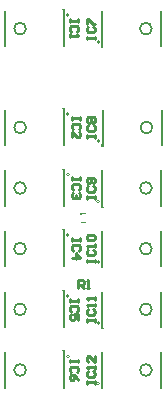
<source format=gto>
G04 Layer_Color=65535*
%FSLAX44Y44*%
%MOMM*%
G71*
G01*
G75*
%ADD13C,0.2540*%
%ADD26C,0.1016*%
%ADD27C,0.1270*%
%ADD28R,0.2499X0.2250*%
G36*
X55080Y84858D02*
X52080Y87857D01*
X55080D01*
Y84858D01*
D02*
G37*
G36*
X87920Y106184D02*
X84920D01*
Y109184D01*
X87920Y106184D01*
D02*
G37*
G36*
X55080Y136204D02*
X52080Y139204D01*
X55080D01*
Y136204D01*
D02*
G37*
G36*
X87920Y3491D02*
X84920D01*
Y6490D01*
X87920Y3491D01*
D02*
G37*
G36*
X55080Y33511D02*
X52080Y36511D01*
X55080D01*
Y33511D01*
D02*
G37*
G36*
X87920Y54837D02*
X84920D01*
Y57837D01*
X87920Y54837D01*
D02*
G37*
G36*
X55080Y238897D02*
X52080Y241897D01*
X55080D01*
Y238897D01*
D02*
G37*
G36*
X87920Y292489D02*
X84920D01*
Y295489D01*
X87920Y292489D01*
D02*
G37*
G36*
X55080Y322509D02*
X52080Y325509D01*
X55080D01*
Y322509D01*
D02*
G37*
G36*
X87920Y157531D02*
X84920D01*
Y160530D01*
X87920Y157531D01*
D02*
G37*
G36*
X55080Y187551D02*
X52080Y190551D01*
X55080D01*
Y187551D01*
D02*
G37*
G36*
X88419Y208877D02*
X85419D01*
Y211877D01*
X88419Y208877D01*
D02*
G37*
D13*
X73002Y60933D02*
Y63266D01*
Y62099D01*
X80000D01*
Y60933D01*
Y63266D01*
X74169Y71430D02*
X73002Y70263D01*
Y67931D01*
X74169Y66764D01*
X78834D01*
X80000Y67931D01*
Y70263D01*
X78834Y71430D01*
X80000Y73762D02*
Y76095D01*
Y74928D01*
X73002D01*
X74169Y73762D01*
X80000Y79594D02*
Y81926D01*
Y80760D01*
X73002D01*
X74169Y79594D01*
X73002Y8428D02*
Y10761D01*
Y9594D01*
X80000D01*
Y8428D01*
Y10761D01*
X74169Y18925D02*
X73002Y17758D01*
Y15426D01*
X74169Y14259D01*
X78834D01*
X80000Y15426D01*
Y17758D01*
X78834Y18925D01*
X80000Y21257D02*
Y23590D01*
Y22424D01*
X73002D01*
X74169Y21257D01*
X80000Y31754D02*
Y27089D01*
X75335Y31754D01*
X74169D01*
X73002Y30587D01*
Y28255D01*
X74169Y27089D01*
X66000Y89250D02*
Y96248D01*
X69499D01*
X70665Y95082D01*
Y92749D01*
X69499Y91583D01*
X66000D01*
X68333D02*
X70665Y89250D01*
X72998D02*
X75330D01*
X74164D01*
Y96248D01*
X72998Y95082D01*
X73002Y165181D02*
Y167513D01*
Y166347D01*
X80000D01*
Y165181D01*
Y167513D01*
X74169Y175677D02*
X73002Y174511D01*
Y172179D01*
X74169Y171012D01*
X78834D01*
X80000Y172179D01*
Y174511D01*
X78834Y175677D01*
Y178010D02*
X80000Y179176D01*
Y181509D01*
X78834Y182675D01*
X74169D01*
X73002Y181509D01*
Y179176D01*
X74169Y178010D01*
X75335D01*
X76501Y179176D01*
Y182675D01*
X73002Y111152D02*
Y113484D01*
Y112318D01*
X80000D01*
Y111152D01*
Y113484D01*
X74169Y121649D02*
X73002Y120482D01*
Y118150D01*
X74169Y116983D01*
X78834D01*
X80000Y118150D01*
Y120482D01*
X78834Y121649D01*
X80000Y123981D02*
Y126314D01*
Y125147D01*
X73002D01*
X74169Y123981D01*
Y129812D02*
X73002Y130979D01*
Y133311D01*
X74169Y134478D01*
X78834D01*
X80000Y133311D01*
Y130979D01*
X78834Y129812D01*
X74169D01*
X65998Y317000D02*
Y314667D01*
Y315834D01*
X59000D01*
Y317000D01*
Y314667D01*
X64832Y306503D02*
X65998Y307670D01*
Y310002D01*
X64832Y311169D01*
X60166D01*
X59000Y310002D01*
Y307670D01*
X60166Y306503D01*
X59000Y304171D02*
Y301838D01*
Y303004D01*
X65998D01*
X64832Y304171D01*
X67498Y234387D02*
Y232055D01*
Y233221D01*
X60500D01*
Y234387D01*
Y232055D01*
X66332Y223891D02*
X67498Y225057D01*
Y227390D01*
X66332Y228556D01*
X61666D01*
X60500Y227390D01*
Y225057D01*
X61666Y223891D01*
X60500Y216893D02*
Y221558D01*
X65165Y216893D01*
X66332D01*
X67498Y218059D01*
Y220392D01*
X66332Y221558D01*
X67498Y183070D02*
Y180737D01*
Y181903D01*
X60500D01*
Y183070D01*
Y180737D01*
X66332Y172573D02*
X67498Y173739D01*
Y176072D01*
X66332Y177238D01*
X61666D01*
X60500Y176072D01*
Y173739D01*
X61666Y172573D01*
X66332Y170241D02*
X67498Y169074D01*
Y166742D01*
X66332Y165575D01*
X65165D01*
X63999Y166742D01*
Y167908D01*
Y166742D01*
X62833Y165575D01*
X61666D01*
X60500Y166742D01*
Y169074D01*
X61666Y170241D01*
X67498Y131562D02*
Y129230D01*
Y130396D01*
X60500D01*
Y131562D01*
Y129230D01*
X66332Y121066D02*
X67498Y122232D01*
Y124565D01*
X66332Y125731D01*
X61666D01*
X60500Y124565D01*
Y122232D01*
X61666Y121066D01*
X60500Y115234D02*
X67498D01*
X63999Y118733D01*
Y114068D01*
X65998Y79984D02*
Y77652D01*
Y78818D01*
X59000D01*
Y79984D01*
Y77652D01*
X64832Y69488D02*
X65998Y70654D01*
Y72986D01*
X64832Y74153D01*
X60166D01*
X59000Y72986D01*
Y70654D01*
X60166Y69488D01*
X65998Y62490D02*
Y67155D01*
X62499D01*
X63665Y64822D01*
Y63656D01*
X62499Y62490D01*
X60166D01*
X59000Y63656D01*
Y65989D01*
X60166Y67155D01*
X65998Y28749D02*
Y26417D01*
Y27583D01*
X59000D01*
Y28749D01*
Y26417D01*
X64832Y18253D02*
X65998Y19419D01*
Y21752D01*
X64832Y22918D01*
X60166D01*
X59000Y21752D01*
Y19419D01*
X60166Y18253D01*
X65998Y11255D02*
X64832Y13588D01*
X62499Y15920D01*
X60166D01*
X59000Y14754D01*
Y12421D01*
X60166Y11255D01*
X61333D01*
X62499Y12421D01*
Y15920D01*
X73002Y300000D02*
Y302333D01*
Y301166D01*
X80000D01*
Y300000D01*
Y302333D01*
X74169Y310497D02*
X73002Y309330D01*
Y306998D01*
X74169Y305832D01*
X78834D01*
X80000Y306998D01*
Y309330D01*
X78834Y310497D01*
X73002Y312829D02*
Y317494D01*
X74169D01*
X78834Y312829D01*
X80000D01*
X73502Y216670D02*
Y219002D01*
Y217836D01*
X80499D01*
Y216670D01*
Y219002D01*
X74668Y227166D02*
X73502Y226000D01*
Y223668D01*
X74668Y222501D01*
X79333D01*
X80499Y223668D01*
Y226000D01*
X79333Y227166D01*
X74668Y229499D02*
X73502Y230665D01*
Y232998D01*
X74668Y234164D01*
X75834D01*
X77000Y232998D01*
X78167Y234164D01*
X79333D01*
X80499Y232998D01*
Y230665D01*
X79333Y229499D01*
X78167D01*
X77000Y230665D01*
X75834Y229499D01*
X74668D01*
X77000Y230665D02*
Y232998D01*
D26*
X84220Y59948D02*
G03*
X84220Y59948I-1270J0D01*
G01*
Y8601D02*
G03*
X84220Y8601I-1270J0D01*
G01*
Y162641D02*
G03*
X84220Y162641I-1270J0D01*
G01*
X58320Y320399D02*
G03*
X58320Y320399I-1270J0D01*
G01*
X58320Y236787D02*
G03*
X58320Y236787I-1270J0D01*
G01*
Y185440D02*
G03*
X58320Y185440I-1270J0D01*
G01*
Y134094D02*
G03*
X58320Y134094I-1270J0D01*
G01*
Y82747D02*
G03*
X58320Y82747I-1270J0D01*
G01*
Y31400D02*
G03*
X58320Y31400I-1270J0D01*
G01*
X84220Y297600D02*
G03*
X84220Y297600I-1270J0D01*
G01*
X84720Y213988D02*
G03*
X84720Y213988I-1270J0D01*
G01*
X84220Y111294D02*
G03*
X84220Y111294I-1270J0D01*
G01*
X68001Y145500D02*
X71999D01*
X68001Y152500D02*
X71999D01*
D27*
X128251Y71347D02*
G03*
X128251Y71347I-5001J0D01*
G01*
Y20001D02*
G03*
X128251Y20001I-5001J0D01*
G01*
Y174041D02*
G03*
X128251Y174041I-5001J0D01*
G01*
X21751Y308999D02*
G03*
X21751Y308999I-5001J0D01*
G01*
X21751Y225387D02*
G03*
X21751Y225387I-5001J0D01*
G01*
Y174041D02*
G03*
X21751Y174041I-5001J0D01*
G01*
Y122694D02*
G03*
X21751Y122694I-5001J0D01*
G01*
Y71347D02*
G03*
X21751Y71347I-5001J0D01*
G01*
Y20001D02*
G03*
X21751Y20001I-5001J0D01*
G01*
X128251Y308999D02*
G03*
X128251Y308999I-5001J0D01*
G01*
X128750Y225387D02*
G03*
X128750Y225387I-5001J0D01*
G01*
X128251Y122694D02*
G03*
X128251Y122694I-5001J0D01*
G01*
X86250Y56346D02*
Y86349D01*
X136249Y56346D02*
Y86349D01*
X86250Y4999D02*
Y35002D01*
X136249Y4999D02*
Y35002D01*
X86250Y159040D02*
Y189042D01*
X136249Y159040D02*
Y189042D01*
X3750Y293998D02*
Y324000D01*
X53750Y293998D02*
Y324000D01*
X3750Y210386D02*
Y240389D01*
X53750Y210386D02*
Y240389D01*
X3750Y159040D02*
Y189042D01*
X53750Y159040D02*
Y189042D01*
X3750Y107693D02*
Y137696D01*
X53750Y107693D02*
Y137696D01*
Y56346D02*
Y86349D01*
X3750Y56346D02*
Y86349D01*
X53750Y4999D02*
Y35002D01*
X3750Y4999D02*
Y35002D01*
X86250Y293998D02*
Y324000D01*
X136249Y293998D02*
Y324000D01*
X86749Y210386D02*
Y240389D01*
X136749Y210386D02*
Y240389D01*
X86250Y107693D02*
Y137696D01*
X136249Y107693D02*
Y137696D01*
D28*
X68750Y151875D02*
D03*
M02*

</source>
